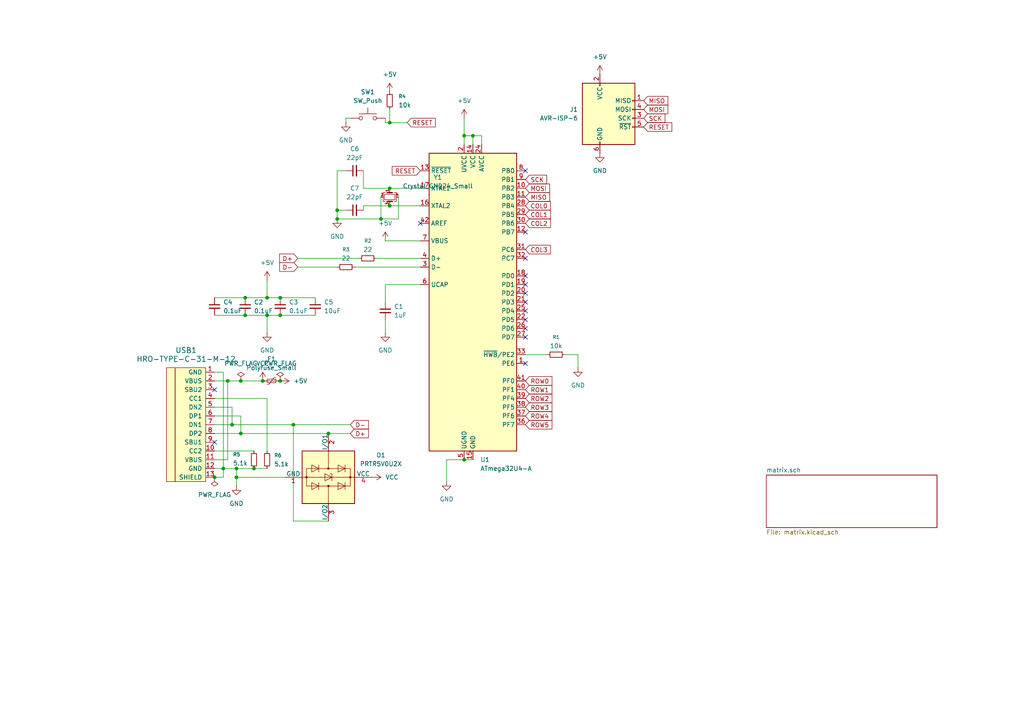
<source format=kicad_sch>
(kicad_sch (version 20250114) (generator "eeschema") (generator_version "9.0")
  (paper "A4")
  (lib_symbols
    (symbol "Connector:AVR-ISP-6" (pin_names (offset 1.016))
      (property "Reference" "J" (at -6.35 11.43 0))
      (property "Value" "AVR-ISP-6" (at 0 11.43 0))
      (symbol "AVR-ISP-6_0_1"
        (rectangle (start -2.667 10.16) (end -2.413 9.398))
        (rectangle (start -2.667 -6.858) (end -2.413 -7.62))
        (rectangle (start 7.62 10.16) (end -7.62 -7.62) (stroke (width 0.254)) (fill (type background)))
        (rectangle (start 7.62 5.207) (end 6.858 4.953))
        (rectangle (start 7.62 2.667) (end 6.858 2.413))
        (rectangle (start 7.62 0.127) (end 6.858 -0.127))
        (rectangle (start 7.62 -2.413) (end 6.858 -2.667))
      )
      (symbol "AVR-ISP-6_1_1"
        (pin passive line (at -2.54 12.7 270) (length 2.54) (name "VCC") (number "2"))
        (pin passive line (at -2.54 -10.16 90) (length 2.54) (name "GND") (number "6"))
        (pin passive line (at 10.16 5.08 180) (length 2.54) (name "MISO") (number "1"))
        (pin passive line (at 10.16 2.54 180) (length 2.54) (name "MOSI") (number "4"))
        (pin passive line (at 10.16 0 180) (length 2.54) (name "SCK") (number "3"))
        (pin passive line (at 10.16 -2.54 180) (length 2.54) (name "~{RST}") (number "5"))
      )
    )
    (symbol "Device:C_Small" (pin_numbers (hide yes)) (pin_names (offset 0.254) (hide yes))
      (property "Reference" "C" (at 0.254 1.778 0))
      (property "Value" "C_Small" (at 0.254 -2.032 0))
      (symbol "C_Small_0_1"
        (polyline (pts (xy -1.524 0.508) (xy 1.524 0.508)) (stroke (width 0.3048)))
        (polyline (pts (xy -1.524 -0.508) (xy 1.524 -0.508)) (stroke (width 0.3302)))
      )
      (symbol "C_Small_1_1"
        (pin passive line (at 0 2.54 270) (length 2.032) (name "~") (number "1"))
        (pin passive line (at 0 -2.54 90) (length 2.032) (name "~") (number "2"))
      )
    )
    (symbol "Device:Crystal_GND24_Small" (pin_names (offset 1.016) (hide yes))
      (property "Reference" "Y" (at 1.27 4.445 0))
      (property "Value" "Crystal_GND24_Small" (at 1.27 2.54 0))
      (symbol "Crystal_GND24_Small_0_1"
        (polyline (pts (xy -1.27 1.27) (xy -1.27 1.905) (xy 1.27 1.905) (xy 1.27 1.27)))
        (polyline (pts (xy -1.27 -0.762) (xy -1.27 0.762)) (stroke (width 0.381)))
        (polyline (pts (xy -1.27 -1.27) (xy -1.27 -1.905) (xy 1.27 -1.905) (xy 1.27 -1.27)))
        (rectangle (start -0.762 -1.524) (end 0.762 1.524))
        (polyline (pts (xy 1.27 -0.762) (xy 1.27 0.762)) (stroke (width 0.381)))
      )
      (symbol "Crystal_GND24_Small_1_1"
        (pin passive line (at -2.54 0 0) (length 1.27) (name "1") (number "1"))
        (pin passive line (at 0 2.54 270) (length 0.635) (name "4") (number "4"))
        (pin passive line (at 0 -2.54 90) (length 0.635) (name "2") (number "2"))
        (pin passive line (at 2.54 0 180) (length 1.27) (name "3") (number "3"))
      )
    )
    (symbol "Device:Polyfuse_Small" (pin_numbers (hide yes)) (pin_names (offset 0))
      (property "Reference" "F" (at -1.905 0 90))
      (property "Value" "Polyfuse_Small" (at 1.905 0 90))
      (symbol "Polyfuse_Small_0_1"
        (polyline (pts (xy -1.016 1.27) (xy -1.016 0.762) (xy 1.016 -0.762) (xy 1.016 -1.27)))
        (rectangle (start -0.508 1.27) (end 0.508 -1.27))
        (polyline (pts (xy 0 2.54) (xy 0 -2.54)))
      )
      (symbol "Polyfuse_Small_1_1"
        (pin passive line (at 0 2.54 270) (length 0.635) (name "~") (number "1"))
        (pin passive line (at 0 -2.54 90) (length 0.635) (name "~") (number "2"))
      )
    )
    (symbol "Device:R_Small" (pin_numbers (hide yes)) (pin_names (offset 0.254) (hide yes))
      (property "Reference" "R" (at 0 0 90))
      (property "Value" "R_Small" (at 1.778 0 90))
      (symbol "R_Small_0_1"
        (rectangle (start -0.762 1.778) (end 0.762 -1.778) (stroke (width 0.2032)))
      )
      (symbol "R_Small_1_1"
        (pin passive line (at 0 2.54 270) (length 0.762) (name "~") (number "1"))
        (pin passive line (at 0 -2.54 90) (length 0.762) (name "~") (number "2"))
      )
    )
    (symbol "MCU_Microchip_ATmega:ATmega32U4-A"
      (property "Reference" "U" (at -12.7 44.45 0))
      (property "Value" "ATmega32U4-A" (at 2.54 -44.45 0))
      (symbol "ATmega32U4-A_0_1"
        (rectangle (start -12.7 -43.18) (end 12.7 43.18) (stroke (width 0.254)) (fill (type background)))
      )
      (symbol "ATmega32U4-A_1_1"
        (pin input line (at -15.24 38.1 0) (length 2.54) (name "~{RESET}") (number "13"))
        (pin input line (at -15.24 33.02 0) (length 2.54) (name "XTAL1") (number "17"))
        (pin output line (at -15.24 27.94 0) (length 2.54) (name "XTAL2") (number "16"))
        (pin passive line (at -15.24 22.86 0) (length 2.54) (name "AREF") (number "42"))
        (pin input line (at -15.24 17.78 0) (length 2.54) (name "VBUS") (number "7"))
        (pin bidirectional line (at -15.24 12.7 0) (length 2.54) (name "D+") (number "4"))
        (pin bidirectional line (at -15.24 10.16 0) (length 2.54) (name "D-") (number "3"))
        (pin passive line (at -15.24 5.08 0) (length 2.54) (name "UCAP") (number "6"))
        (pin power_in line (at -2.54 45.72 270) (length 2.54) (name "UVCC") (number "2"))
        (pin passive line (at -2.54 -45.72 90) (length 2.54) (name "UGND") (number "5"))
        (pin power_in line (at 0 45.72 270) (length 2.54) (name "VCC") (number "14"))
        (pin passive line (at 0 45.72 270) (length 2.54) (hide yes) (name "VCC") (number "34"))
        (pin power_in line (at 0 -45.72 90) (length 2.54) (name "GND") (number "15"))
        (pin passive line (at 0 -45.72 90) (length 2.54) (hide yes) (name "GND") (number "23"))
        (pin passive line (at 0 -45.72 90) (length 2.54) (hide yes) (name "GND") (number "35"))
        (pin passive line (at 0 -45.72 90) (length 2.54) (hide yes) (name "GND") (number "43"))
        (pin power_in line (at 2.54 45.72 270) (length 2.54) (name "AVCC") (number "24"))
        (pin passive line (at 2.54 45.72 270) (length 2.54) (hide yes) (name "AVCC") (number "44"))
        (pin bidirectional line (at 15.24 38.1 180) (length 2.54) (name "PB0") (number "8"))
        (pin bidirectional line (at 15.24 35.56 180) (length 2.54) (name "PB1") (number "9"))
        (pin bidirectional line (at 15.24 33.02 180) (length 2.54) (name "PB2") (number "10"))
        (pin bidirectional line (at 15.24 30.48 180) (length 2.54) (name "PB3") (number "11"))
        (pin bidirectional line (at 15.24 27.94 180) (length 2.54) (name "PB4") (number "28"))
        (pin bidirectional line (at 15.24 25.4 180) (length 2.54) (name "PB5") (number "29"))
        (pin bidirectional line (at 15.24 22.86 180) (length 2.54) (name "PB6") (number "30"))
        (pin bidirectional line (at 15.24 20.32 180) (length 2.54) (name "PB7") (number "12"))
        (pin bidirectional line (at 15.24 15.24 180) (length 2.54) (name "PC6") (number "31"))
        (pin bidirectional line (at 15.24 12.7 180) (length 2.54) (name "PC7") (number "32"))
        (pin bidirectional line (at 15.24 7.62 180) (length 2.54) (name "PD0") (number "18"))
        (pin bidirectional line (at 15.24 5.08 180) (length 2.54) (name "PD1") (number "19"))
        (pin bidirectional line (at 15.24 2.54 180) (length 2.54) (name "PD2") (number "20"))
        (pin bidirectional line (at 15.24 0 180) (length 2.54) (name "PD3") (number "21"))
        (pin bidirectional line (at 15.24 -2.54 180) (length 2.54) (name "PD4") (number "25"))
        (pin bidirectional line (at 15.24 -5.08 180) (length 2.54) (name "PD5") (number "22"))
        (pin bidirectional line (at 15.24 -7.62 180) (length 2.54) (name "PD6") (number "26"))
        (pin bidirectional line (at 15.24 -10.16 180) (length 2.54) (name "PD7") (number "27"))
        (pin bidirectional line (at 15.24 -15.24 180) (length 2.54) (name "~{HWB}/PE2") (number "33"))
        (pin bidirectional line (at 15.24 -17.78 180) (length 2.54) (name "PE6") (number "1"))
        (pin bidirectional line (at 15.24 -22.86 180) (length 2.54) (name "PF0") (number "41"))
        (pin bidirectional line (at 15.24 -25.4 180) (length 2.54) (name "PF1") (number "40"))
        (pin bidirectional line (at 15.24 -27.94 180) (length 2.54) (name "PF4") (number "39"))
        (pin bidirectional line (at 15.24 -30.48 180) (length 2.54) (name "PF5") (number "38"))
        (pin bidirectional line (at 15.24 -33.02 180) (length 2.54) (name "PF6") (number "37"))
        (pin bidirectional line (at 15.24 -35.56 180) (length 2.54) (name "PF7") (number "36"))
      )
    )
    (symbol "Power_Protection:PRTR5V0U2X" (pin_names (offset 0))
      (property "Reference" "D" (at 2.794 8.636 0))
      (property "Value" "PRTR5V0U2X" (at 8.128 -9.398 0))
      (symbol "PRTR5V0U2X_0_1"
        (rectangle (start -7.62 -7.62) (end 7.62 7.62) (stroke (width 0.254)) (fill (type background)))
        (polyline (pts (xy -3.556 2.794) (xy -1.524 2.794) (xy -2.54 4.826) (xy -3.556 2.794)))
        (polyline (pts (xy -3.556 -4.826) (xy -1.524 -4.826) (xy -2.54 -2.794) (xy -3.556 -4.826)))
        (rectangle (start -2.54 6.35) (end 2.54 -6.35))
        (circle (center -2.54 0) (radius 0.254) (fill (type outline)))
        (polyline (pts (xy -2.54 0) (xy -7.62 0)))
        (polyline (pts (xy -1.524 4.826) (xy -3.556 4.826)))
        (polyline (pts (xy -1.524 -2.794) (xy -3.556 -2.794)))
        (polyline (pts (xy -1.016 -1.016) (xy 1.016 -1.016) (xy 0 1.016) (xy -1.016 -1.016)))
        (circle (center 0 6.35) (radius 0.254) (fill (type outline)))
        (circle (center 0 -6.35) (radius 0.254) (fill (type outline)))
        (polyline (pts (xy 0 -7.62) (xy 0 7.62)))
        (polyline (pts (xy 1.016 1.016) (xy -1.016 1.016) (xy -1.016 0.508)))
        (polyline (pts (xy 1.524 4.826) (xy 3.556 4.826)))
        (polyline (pts (xy 1.524 -2.794) (xy 3.556 -2.794)))
        (polyline (pts (xy 2.54 0) (xy 7.62 0)))
        (circle (center 2.54 0) (radius 0.254) (fill (type outline)))
        (polyline (pts (xy 3.556 2.794) (xy 1.524 2.794) (xy 2.54 4.826) (xy 3.556 2.794)))
        (polyline (pts (xy 3.556 -4.826) (xy 1.524 -4.826) (xy 2.54 -2.794) (xy 3.556 -4.826)))
      )
      (symbol "PRTR5V0U2X_1_1"
        (pin passive line (at -12.7 0 0) (length 5.08) (name "I/O1") (number "2"))
        (pin passive line (at 0 12.7 270) (length 5.08) (name "VCC") (number "4"))
        (pin passive line (at 0 -12.7 90) (length 5.08) (name "GND") (number "1"))
        (pin passive line (at 12.7 0 180) (length 5.08) (name "I/O2") (number "3"))
      )
    )
    (symbol "Switch:SW_Push" (pin_numbers (hide yes)) (pin_names (offset 1.016) (hide yes))
      (property "Reference" "SW" (at 1.27 2.54 0))
      (property "Value" "SW_Push" (at 0 -1.524 0))
      (symbol "SW_Push_0_1"
        (circle (center -2.032 0) (radius 0.508))
        (polyline (pts (xy 0 1.27) (xy 0 3.048)))
        (circle (center 2.032 0) (radius 0.508))
        (polyline (pts (xy 2.54 1.27) (xy -2.54 1.27)))
        (pin passive line (at -5.08 0 0) (length 2.54) (name "1") (number "1"))
        (pin passive line (at 5.08 0 180) (length 2.54) (name "2") (number "2"))
      )
    )
    (symbol "Type-C:HRO-TYPE-C-31-M-12" (pin_names (offset 1.016))
      (property "Reference" "USB" (at -5.08 16.51 0))
      (property "Value" "HRO-TYPE-C-31-M-12" (at -10.16 -1.27 90))
      (symbol "HRO-TYPE-C-31-M-12_0_1"
        (rectangle (start -11.43 15.24) (end -8.89 -17.78) (fill (type background)))
        (rectangle (start 0 -17.78) (end -8.89 15.24) (fill (type background)))
      )
      (symbol "HRO-TYPE-C-31-M-12_1_1"
        (pin input line (at 2.54 13.97 180) (length 2.54) (name "GND") (number "1"))
        (pin input line (at 2.54 11.43 180) (length 2.54) (name "VBUS") (number "2"))
        (pin input line (at 2.54 8.89 180) (length 2.54) (name "SBU2") (number "3"))
        (pin input line (at 2.54 6.35 180) (length 2.54) (name "CC1") (number "4"))
        (pin input line (at 2.54 3.81 180) (length 2.54) (name "DN2") (number "5"))
        (pin input line (at 2.54 1.27 180) (length 2.54) (name "DP1") (number "6"))
        (pin input line (at 2.54 -1.27 180) (length 2.54) (name "DN1") (number "7"))
        (pin input line (at 2.54 -3.81 180) (length 2.54) (name "DP2") (number "8"))
        (pin input line (at 2.54 -6.35 180) (length 2.54) (name "SBU1") (number "9"))
        (pin input line (at 2.54 -8.89 180) (length 2.54) (name "CC2") (number "10"))
        (pin input line (at 2.54 -11.43 180) (length 2.54) (name "VBUS") (number "11"))
        (pin input line (at 2.54 -13.97 180) (length 2.54) (name "GND") (number "12"))
        (pin input line (at 2.54 -16.51 180) (length 2.54) (name "SHIELD") (number "13"))
      )
    )
    (symbol "power:+5V" (power) (pin_numbers (hide yes)) (pin_names (offset 0) (hide yes))
      (property "Value" "+5V" (at 0 3.556 0))
      (symbol "+5V_0_1"
        (polyline (pts (xy -0.762 1.27) (xy 0 2.54)))
        (polyline (pts (xy 0 2.54) (xy 0.762 1.27)))
        (polyline (pts (xy 0 0) (xy 0 2.54)))
      )
      (symbol "+5V_1_1"
        (pin power_in line (at 0 0 90) (length 0) (name "~") (number "1"))
      )
    )
    (symbol "power:GND" (power) (pin_numbers (hide yes)) (pin_names (offset 0) (hide yes))
      (property "Value" "GND" (at 0 -3.81 0))
      (symbol "GND_0_1"
        (polyline (pts (xy 0 0) (xy 0 -1.27) (xy 1.27 -1.27) (xy 0 -2.54) (xy -1.27 -1.27) (xy 0 -1.27)))
      )
      (symbol "GND_1_1"
        (pin power_in line (at 0 0 270) (length 0) (name "~") (number "1"))
      )
    )
    (symbol "power:PWR_FLAG" (power) (pin_numbers (hide yes)) (pin_names (offset 0) (hide yes))
      (property "Value" "PWR_FLAG" (at 0 3.81 0))
      (symbol "PWR_FLAG_0_0"
        (pin power_out line (at 0 0 90) (length 0) (name "~") (number "1"))
      )
      (symbol "PWR_FLAG_0_1"
        (polyline (pts (xy 0 0) (xy 0 1.27) (xy -1.016 1.905) (xy 0 2.54) (xy 1.016 1.905) (xy 0 1.27)))
      )
    )
    (symbol "power:VCC" (power) (pin_numbers (hide yes)) (pin_names (offset 0) (hide yes))
      (property "Value" "VCC" (at 0 3.556 0))
      (symbol "VCC_0_1"
        (polyline (pts (xy -0.762 1.27) (xy 0 2.54)))
        (polyline (pts (xy 0 2.54) (xy 0.762 1.27)))
        (polyline (pts (xy 0 0) (xy 0 2.54)))
      )
      (symbol "VCC_1_1"
        (pin power_in line (at 0 0 90) (length 0) (name "~") (number "1"))
      )
    )
  )
  (junction (at 76.2 110.49))
  (junction (at 67.31 123.19))
  (junction (at 71.12 91.44))
  (junction (at 110.49 63.5))
  (junction (at 77.47 86.36))
  (junction (at 134.62 133.35))
  (junction (at 113.03 54.61))
  (junction (at 113.03 35.56))
  (junction (at 69.85 110.49))
  (junction (at 66.04 110.49))
  (junction (at 113.03 59.69))
  (junction (at 64.77 135.89))
  (junction (at 71.12 86.36))
  (junction (at 77.47 91.44))
  (junction (at 85.09 123.19))
  (junction (at 97.79 63.5))
  (junction (at 69.85 125.73))
  (junction (at 81.28 110.49))
  (junction (at 73.66 135.89))
  (junction (at 62.23 138.43))
  (junction (at 97.79 60.96))
  (junction (at 81.28 86.36))
  (junction (at 68.58 138.43))
  (junction (at 134.62 39.37))
  (junction (at 95.25 125.73))
  (junction (at 137.16 39.37))
  (junction (at 68.58 135.89))
  (junction (at 81.28 91.44))
  (no_connect (at 152.4 74.93))
  (no_connect (at 152.4 49.53))
  (no_connect (at 152.4 105.41))
  (no_connect (at 152.4 82.55))
  (no_connect (at 152.4 97.79))
  (no_connect (at 152.4 67.31))
  (no_connect (at 62.23 128.27))
  (no_connect (at 152.4 95.25))
  (no_connect (at 152.4 80.01))
  (no_connect (at 152.4 92.71))
  (no_connect (at 152.4 87.63))
  (no_connect (at 152.4 85.09))
  (no_connect (at 152.4 90.17))
  (no_connect (at 121.92 64.77))
  (no_connect (at 62.23 113.03))
  (wire (pts (xy 86.36 74.93) (xy 104.14 74.93)))
  (wire (pts (xy 110.49 63.5) (xy 97.79 63.5)))
  (wire (pts (xy 105.41 60.96) (xy 105.41 59.69)))
  (wire (pts (xy 97.79 63.5) (xy 97.79 60.96)))
  (wire (pts (xy 152.4 102.87) (xy 158.75 102.87)))
  (wire (pts (xy 67.31 123.19) (xy 67.31 118.11)))
  (wire (pts (xy 62.23 123.19) (xy 67.31 123.19)))
  (wire (pts (xy 67.31 118.11) (xy 62.23 118.11)))
  (wire (pts (xy 113.03 59.69) (xy 121.92 59.69)))
  (wire (pts (xy 134.62 34.29) (xy 134.62 39.37)))
  (wire (pts (xy 69.85 125.73) (xy 95.25 125.73)))
  (wire (pts (xy 111.76 87.63) (xy 111.76 82.55)))
  (wire (pts (xy 85.09 123.19) (xy 101.6 123.19)))
  (wire (pts (xy 69.85 120.65) (xy 62.23 120.65)))
  (wire (pts (xy 68.58 140.97) (xy 68.58 138.43)))
  (wire (pts (xy 85.09 123.19) (xy 85.09 151.13)))
  (wire (pts (xy 62.23 115.57) (xy 77.47 115.57)))
  (wire (pts (xy 71.12 91.44) (xy 77.47 91.44)))
  (wire (pts (xy 97.79 60.96) (xy 100.33 60.96)))
  (wire (pts (xy 137.16 39.37) (xy 134.62 39.37)))
  (wire (pts (xy 105.41 54.61) (xy 113.03 54.61)))
  (wire (pts (xy 62.23 133.35) (xy 66.04 133.35)))
  (wire (pts (xy 71.12 86.36) (xy 77.47 86.36)))
  (wire (pts (xy 62.23 107.95) (xy 64.77 107.95)))
  (wire (pts (xy 134.62 133.35) (xy 137.16 133.35)))
  (wire (pts (xy 85.09 151.13) (xy 95.25 151.13)))
  (wire (pts (xy 111.76 69.85) (xy 121.92 69.85)))
  (wire (pts (xy 66.04 110.49) (xy 69.85 110.49)))
  (wire (pts (xy 62.23 86.36) (xy 71.12 86.36)))
  (wire (pts (xy 68.58 135.89) (xy 73.66 135.89)))
  (wire (pts (xy 69.85 125.73) (xy 69.85 120.65)))
  (wire (pts (xy 113.03 54.61) (xy 121.92 54.61)))
  (wire (pts (xy 62.23 138.43) (xy 64.77 138.43)))
  (wire (pts (xy 68.58 138.43) (xy 82.55 138.43)))
  (wire (pts (xy 97.79 60.96) (xy 97.79 49.53)))
  (wire (pts (xy 77.47 91.44) (xy 81.28 91.44)))
  (wire (pts (xy 134.62 133.35) (xy 129.54 133.35)))
  (wire (pts (xy 81.28 86.36) (xy 91.44 86.36)))
  (wire (pts (xy 111.76 35.56) (xy 113.03 35.56)))
  (wire (pts (xy 77.47 81.28) (xy 77.47 86.36)))
  (wire (pts (xy 115.57 57.15) (xy 115.57 63.5)))
  (wire (pts (xy 86.36 77.47) (xy 97.79 77.47)))
  (wire (pts (xy 95.25 125.73) (xy 101.6 125.73)))
  (wire (pts (xy 105.41 49.53) (xy 105.41 54.61)))
  (wire (pts (xy 66.04 110.49) (xy 62.23 110.49)))
  (wire (pts (xy 167.64 102.87) (xy 167.64 106.68)))
  (wire (pts (xy 67.31 123.19) (xy 85.09 123.19)))
  (wire (pts (xy 77.47 96.52) (xy 77.47 91.44)))
  (wire (pts (xy 77.47 115.57) (xy 77.47 130.81)))
  (wire (pts (xy 111.76 92.71) (xy 111.76 96.52)))
  (wire (pts (xy 134.62 39.37) (xy 134.62 41.91)))
  (wire (pts (xy 113.03 35.56) (xy 113.03 31.75)))
  (wire (pts (xy 62.23 125.73) (xy 69.85 125.73)))
  (wire (pts (xy 105.41 59.69) (xy 113.03 59.69)))
  (wire (pts (xy 113.03 35.56) (xy 118.11 35.56)))
  (wire (pts (xy 64.77 107.95) (xy 64.77 135.89)))
  (wire (pts (xy 64.77 135.89) (xy 64.77 138.43)))
  (wire (pts (xy 97.79 49.53) (xy 100.33 49.53)))
  (wire (pts (xy 129.54 133.35) (xy 129.54 139.7)))
  (wire (pts (xy 62.23 91.44) (xy 71.12 91.44)))
  (wire (pts (xy 139.7 39.37) (xy 137.16 39.37)))
  (wire (pts (xy 115.57 63.5) (xy 110.49 63.5)))
  (wire (pts (xy 69.85 110.49) (xy 76.2 110.49)))
  (wire (pts (xy 62.23 130.81) (xy 73.66 130.81)))
  (wire (pts (xy 111.76 82.55) (xy 121.92 82.55)))
  (wire (pts (xy 102.87 77.47) (xy 121.92 77.47)))
  (wire (pts (xy 163.83 102.87) (xy 167.64 102.87)))
  (wire (pts (xy 68.58 138.43) (xy 68.58 135.89)))
  (wire (pts (xy 81.28 91.44) (xy 91.44 91.44)))
  (wire (pts (xy 73.66 135.89) (xy 77.47 135.89)))
  (wire (pts (xy 111.76 34.29) (xy 111.76 35.56)))
  (wire (pts (xy 139.7 41.91) (xy 139.7 39.37)))
  (wire (pts (xy 110.49 57.15) (xy 110.49 63.5)))
  (wire (pts (xy 100.33 35.56) (xy 100.33 34.29)))
  (wire (pts (xy 109.22 74.93) (xy 121.92 74.93)))
  (wire (pts (xy 137.16 41.91) (xy 137.16 39.37)))
  (wire (pts (xy 66.04 133.35) (xy 66.04 110.49)))
  (wire (pts (xy 64.77 135.89) (xy 68.58 135.89)))
  (wire (pts (xy 77.47 86.36) (xy 81.28 86.36)))
  (wire (pts (xy 100.33 34.29) (xy 101.6 34.29)))
  (wire (pts (xy 62.23 135.89) (xy 64.77 135.89)))
  (global_label "D-" (shape input) (at 101.6 123.19 0) (property "Intersheetrefs" "${INTERSHEET_REFS}" (effects (hide yes))))
  (global_label "RESET" (shape input) (at 186.69 36.83 0) (property "Intersheetrefs" "${INTERSHEET_REFS}" (effects (hide yes))))
  (global_label "D-" (shape input) (at 86.36 77.47 180) (property "Intersheetrefs" "${INTERSHEET_REFS}" (effects (hide yes))))
  (global_label "D+" (shape input) (at 86.36 74.93 180) (property "Intersheetrefs" "${INTERSHEET_REFS}" (effects (hide yes))))
  (global_label "COL1" (shape input) (at 152.4 62.23 0) (property "Intersheetrefs" "${INTERSHEET_REFS}" (effects (hide yes))))
  (global_label "MISO" (shape input) (at 152.4 57.15 0) (property "Intersheetrefs" "${INTERSHEET_REFS}" (effects (hide yes))))
  (global_label "RESET" (shape input) (at 121.92 49.53 180) (property "Intersheetrefs" "${INTERSHEET_REFS}" (effects (hide yes))))
  (global_label "MISO" (shape input) (at 186.69 29.21 0) (property "Intersheetrefs" "${INTERSHEET_REFS}" (effects (hide yes))))
  (global_label "ROW5" (shape input) (at 152.4 123.19 0) (property "Intersheetrefs" "${INTERSHEET_REFS}" (effects (hide yes))))
  (global_label "RESET" (shape input) (at 118.11 35.56 0) (property "Intersheetrefs" "${INTERSHEET_REFS}" (effects (hide yes))))
  (global_label "D+" (shape input) (at 101.6 125.73 0) (property "Intersheetrefs" "${INTERSHEET_REFS}" (effects (hide yes))))
  (global_label "ROW4" (shape input) (at 152.4 120.65 0) (property "Intersheetrefs" "${INTERSHEET_REFS}" (effects (hide yes))))
  (global_label "ROW3" (shape input) (at 152.4 118.11 0) (property "Intersheetrefs" "${INTERSHEET_REFS}" (effects (hide yes))))
  (global_label "COL3" (shape input) (at 152.4 72.39 0) (property "Intersheetrefs" "${INTERSHEET_REFS}" (effects (hide yes))))
  (global_label "COL0" (shape input) (at 152.4 59.69 0) (property "Intersheetrefs" "${INTERSHEET_REFS}" (effects (hide yes))))
  (global_label "SCK" (shape input) (at 152.4 52.07 0) (property "Intersheetrefs" "${INTERSHEET_REFS}" (effects (hide yes))))
  (global_label "MOSI" (shape input) (at 186.69 31.75 0) (property "Intersheetrefs" "${INTERSHEET_REFS}" (effects (hide yes))))
  (global_label "ROW2" (shape input) (at 152.4 115.57 0) (property "Intersheetrefs" "${INTERSHEET_REFS}" (effects (hide yes))))
  (global_label "ROW0" (shape input) (at 152.4 110.49 0) (property "Intersheetrefs" "${INTERSHEET_REFS}" (effects (hide yes))))
  (global_label "MOSI" (shape input) (at 152.4 54.61 0) (property "Intersheetrefs" "${INTERSHEET_REFS}" (effects (hide yes))))
  (global_label "SCK" (shape input) (at 186.69 34.29 0) (property "Intersheetrefs" "${INTERSHEET_REFS}" (effects (hide yes))))
  (global_label "ROW1" (shape input) (at 152.4 113.03 0) (property "Intersheetrefs" "${INTERSHEET_REFS}" (effects (hide yes))))
  (global_label "COL2" (shape input) (at 152.4 64.77 0) (property "Intersheetrefs" "${INTERSHEET_REFS}" (effects (hide yes))))
  (symbol (lib_id "Device:R_Small") (at 161.29 102.87 90) (unit 1)
    (property "Reference" "R1" (at 161.29 97.79 90) (effects (font (size 1.016 1.016))))
    (property "Value" "10k" (at 161.29 100.33 90))
    (property "Footprint" "Resistor_SMD:R_0805_2012Metric_Pad1.20x1.40mm_HandSolder" (effects (hide yes)))
    (property "Description" "Resistor, small symbol" (effects (hide yes)))
  )
  (symbol (lib_id "Switch:SW_Push") (at 106.68 34.29 0) (unit 1)
    (property "Reference" "SW1" (at 106.68 26.67 0))
    (property "Value" "SW_Push" (at 106.68 29.21 0))
    (property "Footprint" "Alps_Only:ALPS-1U" (effects (hide yes)))
    (property "Description" "Push button switch, generic, two pins" (effects (hide yes)))
  )
  (symbol (lib_id "Device:C_Small") (at 71.12 88.9 0) (unit 1)
    (property "Reference" "C2" (at 73.66 87.6362 0) (effects (justify left)))
    (property "Value" "0.1uF" (at 73.66 90.1762 0) (effects (justify left)))
    (property "Footprint" "Capacitor_SMD:C_0805_2012Metric_Pad1.18x1.45mm_HandSolder" (effects (hide yes)))
    (property "Description" "Unpolarized capacitor, small symbol" (effects (hide yes)))
  )
  (symbol (lib_id "power:GND") (at 68.58 140.97 0) (unit 1)
    (property "Reference" "#PWR013" (effects (hide yes)))
    (property "Value" "GND" (at 68.58 146.05 0))
    (property "Description" "Power symbol creates a global label with name \"GND\" , ground" (effects (hide yes)))
  )
  (symbol (lib_id "Device:Crystal_GND24_Small") (at 113.03 57.15 270) (unit 1)
    (property "Reference" "Y1" (at 127 51.4282 90))
    (property "Value" "Crystal_GND24_Small" (at 127 53.9682 90))
    (property "Footprint" "Crystal:Crystal_SMD_3225-4Pin_3.2x2.5mm_HandSoldering" (effects (hide yes)))
    (property "Description" "Four pin crystal, GND on pins 2 and 4, small symbol" (effects (hide yes)))
  )
  (symbol (lib_id "Device:C_Small") (at 102.87 60.96 90) (unit 1)
    (property "Reference" "C7" (at 102.8763 54.61 90))
    (property "Value" "22pF" (at 102.8763 57.15 90))
    (property "Footprint" "Capacitor_SMD:C_0805_2012Metric_Pad1.18x1.45mm_HandSolder" (effects (hide yes)))
    (property "Description" "Unpolarized capacitor, small symbol" (effects (hide yes)))
  )
  (symbol (lib_id "power:GND") (at 129.54 139.7 0) (unit 1)
    (property "Reference" "#PWR02" (effects (hide yes)))
    (property "Value" "GND" (at 129.54 144.78 0))
    (property "Description" "Power symbol creates a global label with name \"GND\" , ground" (effects (hide yes)))
  )
  (symbol (lib_id "Device:C_Small") (at 102.87 49.53 90) (unit 1)
    (property "Reference" "C6" (at 102.8763 43.18 90))
    (property "Value" "22pF" (at 102.8763 45.72 90))
    (property "Footprint" "Capacitor_SMD:C_0805_2012Metric_Pad1.18x1.45mm_HandSolder" (effects (hide yes)))
    (property "Description" "Unpolarized capacitor, small symbol" (effects (hide yes)))
  )
  (symbol (lib_id "power:GND") (at 173.99 44.45 0) (unit 1)
    (property "Reference" "#PWR015" (effects (hide yes)))
    (property "Value" "GND" (at 173.99 49.53 0))
    (property "Description" "Power symbol creates a global label with name \"GND\" , ground" (effects (hide yes)))
  )
  (symbol (lib_id "Device:R_Small") (at 113.03 29.21 0) (unit 1)
    (property "Reference" "R4" (at 115.57 27.9399 0) (effects (font (size 1.016 1.016)) (justify left)))
    (property "Value" "10k" (at 115.57 30.4799 0) (effects (justify left)))
    (property "Footprint" "Resistor_SMD:R_0805_2012Metric_Pad1.20x1.40mm_HandSolder" (effects (hide yes)))
    (property "Description" "Resistor, small symbol" (effects (hide yes)))
  )
  (symbol (lib_id "power:+5V") (at 77.47 81.28 0) (unit 1)
    (property "Reference" "#PWR06" (effects (hide yes)))
    (property "Value" "+5V" (at 77.47 76.2 0))
    (property "Description" "Power symbol creates a global label with name \"+5V\"" (effects (hide yes)))
  )
  (symbol (lib_id "Device:R_Small") (at 100.33 77.47 90) (unit 1)
    (property "Reference" "R3" (at 100.33 72.39 90) (effects (font (size 1.016 1.016))))
    (property "Value" "22" (at 100.33 74.93 90))
    (property "Footprint" "Resistor_SMD:R_0805_2012Metric_Pad1.20x1.40mm_HandSolder" (effects (hide yes)))
    (property "Description" "Resistor, small symbol" (effects (hide yes)))
  )
  (symbol (lib_id "power:GND") (at 77.47 96.52 0) (unit 1)
    (property "Reference" "#PWR05" (effects (hide yes)))
    (property "Value" "GND" (at 77.47 101.6 0))
    (property "Description" "Power symbol creates a global label with name \"GND\" , ground" (effects (hide yes)))
  )
  (symbol (lib_id "Connector:AVR-ISP-6") (at 176.53 34.29 0) (unit 1)
    (property "Reference" "J1" (at 167.64 31.7499 0) (effects (justify right)))
    (property "Value" "AVR-ISP-6" (at 167.64 34.2899 0) (effects (justify right)))
    (property "Footprint" "random-keyboard-parts:Reset_Pretty-Mask" (effects (hide yes)))
    (property "Description" "Atmel 6-pin ISP connector" (effects (hide yes)))
  )
  (symbol (lib_id "power:PWR_FLAG") (at 62.23 138.43 180) (unit 1)
    (property "Reference" "#FLG02" (effects (hide yes)))
    (property "Value" "PWR_FLAG" (at 62.23 143.51 0))
    (property "Description" "Special symbol for telling ERC where power comes from" (effects (hide yes)))
  )
  (symbol (lib_id "Device:C_Small") (at 81.28 88.9 0) (unit 1)
    (property "Reference" "C3" (at 83.82 87.6362 0) (effects (justify left)))
    (property "Value" "0.1uF" (at 83.82 90.1762 0) (effects (justify left)))
    (property "Footprint" "Capacitor_SMD:C_0805_2012Metric_Pad1.18x1.45mm_HandSolder" (effects (hide yes)))
    (property "Description" "Unpolarized capacitor, small symbol" (effects (hide yes)))
  )
  (symbol (lib_id "MCU_Microchip_ATmega:ATmega32U4-A") (at 137.16 87.63 0) (unit 1)
    (property "Reference" "U1" (at 139.3033 133.35 0) (effects (justify left)))
    (property "Value" "ATmega32U4-A" (at 139.3033 135.89 0) (effects (justify left)))
    (property "Footprint" "Package_QFP:TQFP-44_10x10mm_P0.8mm" (effects (hide yes)))
    (property "Datasheet" "http://ww1.microchip.com/downloads/en/DeviceDoc/Atmel-7766-8-bit-AVR-ATmega16U4-32U4_Datasheet.pdf" (effects (hide yes)))
    (property "Description" "16MHz, 32kB Flash, 2.5kB SRAM, 1kB EEPROM, USB 2.0, TQFP-44" (effects (hide yes)))
  )
  (symbol (lib_id "Power_Protection:PRTR5V0U2X") (at 95.25 138.43 270) (unit 1)
    (property "Reference" "D1" (at 110.49 132.0098 90))
    (property "Value" "PRTR5V0U2X" (at 110.49 134.5498 90))
    (property "Footprint" "Package_TO_SOT_SMD:SOT-143" (effects (hide yes)))
    (property "Datasheet" "https://assets.nexperia.com/documents/data-sheet/PRTR5V0U2X.pdf" (effects (hide yes)))
    (property "Description" "Ultra low capacitance double rail-to-rail ESD protection diode, SOT-143" (effects (hide yes)))
  )
  (symbol (lib_id "power:GND") (at 100.33 35.56 0) (unit 1)
    (property "Reference" "#PWR09" (effects (hide yes)))
    (property "Value" "GND" (at 100.33 40.64 0))
    (property "Description" "Power symbol creates a global label with name \"GND\" , ground" (effects (hide yes)))
  )
  (symbol (lib_id "power:GND") (at 97.79 63.5 0) (unit 1)
    (property "Reference" "#PWR08" (effects (hide yes)))
    (property "Value" "GND" (at 97.79 68.58 0))
    (property "Description" "Power symbol creates a global label with name \"GND\" , ground" (effects (hide yes)))
  )
  (symbol (lib_id "Device:R_Small") (at 106.68 74.93 270) (unit 1)
    (property "Reference" "R2" (at 106.68 69.85 90) (effects (font (size 1.016 1.016))))
    (property "Value" "22" (at 106.68 72.39 90))
    (property "Footprint" "Resistor_SMD:R_0805_2012Metric_Pad1.20x1.40mm_HandSolder" (effects (hide yes)))
    (property "Description" "Resistor, small symbol" (effects (hide yes)))
  )
  (symbol (lib_id "Device:R_Small") (at 73.66 133.35 0) (unit 1)
    (property "Reference" "R5" (at 67.564 131.826 0) (effects (font (size 1.016 1.016)) (justify left)))
    (property "Value" "5.1k" (at 67.564 134.366 0) (effects (justify left)))
    (property "Footprint" "Resistor_SMD:R_0805_2012Metric_Pad1.20x1.40mm_HandSolder" (effects (hide yes)))
    (property "Description" "Resistor, small symbol" (effects (hide yes)))
  )
  (symbol (lib_id "power:+5V") (at 173.99 21.59 0) (unit 1)
    (property "Reference" "#PWR014" (effects (hide yes)))
    (property "Value" "+5V" (at 173.99 16.51 0))
    (property "Description" "Power symbol creates a global label with name \"+5V\"" (effects (hide yes)))
  )
  (symbol (lib_id "power:+5V") (at 134.62 34.29 0) (unit 1)
    (property "Reference" "#PWR01" (effects (hide yes)))
    (property "Value" "+5V" (at 134.62 29.21 0))
    (property "Description" "Power symbol creates a global label with name \"+5V\"" (effects (hide yes)))
  )
  (symbol (lib_id "Device:Polyfuse_Small") (at 78.74 110.49 90) (unit 1)
    (property "Reference" "F1" (at 78.74 104.14 90))
    (property "Value" "Polyfuse_Small" (at 78.74 106.68 90))
    (property "Footprint" "Fuse:Fuse_1206_3216Metric_Pad1.42x1.75mm_HandSolder" (effects (hide yes)))
    (property "Description" "Resettable fuse, polymeric positive temperature coefficient, small symbol" (effects (hide yes)))
  )
  (symbol (lib_id "power:PWR_FLAG") (at 69.85 110.49 0) (unit 1)
    (property "Reference" "#FLG01" (effects (hide yes)))
    (property "Value" "PWR_FLAG" (at 69.85 105.41 0))
    (property "Description" "Special symbol for telling ERC where power comes from" (effects (hide yes)))
  )
  (symbol (lib_id "power:+5V") (at 81.28 110.49 270) (unit 1)
    (property "Reference" "#PWR012" (effects (hide yes)))
    (property "Value" "+5V" (at 85.09 110.4899 90) (effects (justify left)))
    (property "Description" "Power symbol creates a global label with name \"+5V\"" (effects (hide yes)))
  )
  (symbol (lib_id "Device:C_Small") (at 62.23 88.9 0) (unit 1)
    (property "Reference" "C4" (at 64.77 87.6362 0) (effects (justify left)))
    (property "Value" "0.1uF" (at 64.77 90.1762 0) (effects (justify left)))
    (property "Footprint" "Capacitor_SMD:C_0805_2012Metric_Pad1.18x1.45mm_HandSolder" (effects (hide yes)))
    (property "Description" "Unpolarized capacitor, small symbol" (effects (hide yes)))
  )
  (symbol (lib_id "Type-C:HRO-TYPE-C-31-M-12") (at 59.69 121.92 0) (unit 1)
    (property "Reference" "USB1" (at 53.975 101.6 0) (effects (font (size 1.524 1.524))))
    (property "Value" "HRO-TYPE-C-31-M-12" (at 53.975 104.14 0) (effects (font (size 1.524 1.524))))
    (property "Footprint" "Type-C:HRO-TYPE-C-31-M-12-HandSoldering" (effects (hide yes)))
  )
  (symbol (lib_id "Device:R_Small") (at 77.47 133.35 0) (unit 1)
    (property "Reference" "R6" (at 79.502 132.08 0) (effects (font (size 1.016 1.016)) (justify left)))
    (property "Value" "5.1k" (at 79.502 134.62 0) (effects (justify left)))
    (property "Footprint" "Resistor_SMD:R_0805_2012Metric_Pad1.20x1.40mm_HandSolder" (effects (hide yes)))
    (property "Description" "Resistor, small symbol" (effects (hide yes)))
  )
  (symbol (lib_id "power:VCC") (at 76.2 110.49 0) (unit 1)
    (property "Reference" "#PWR011" (effects (hide yes)))
    (property "Value" "VCC" (at 76.2 105.41 0))
    (property "Description" "Power symbol creates a global label with name \"VCC\"" (effects (hide yes)))
  )
  (symbol (lib_id "power:+5V") (at 113.03 26.67 0) (unit 1)
    (property "Reference" "#PWR010" (effects (hide yes)))
    (property "Value" "+5V" (at 113.03 21.59 0))
    (property "Description" "Power symbol creates a global label with name \"+5V\"" (effects (hide yes)))
  )
  (symbol (lib_id "Device:C_Small") (at 111.76 90.17 0) (unit 1)
    (property "Reference" "C1" (at 114.3 88.9062 0) (effects (justify left)))
    (property "Value" "1uF" (at 114.3 91.4462 0) (effects (justify left)))
    (property "Footprint" "Capacitor_SMD:C_0805_2012Metric_Pad1.18x1.45mm_HandSolder" (effects (hide yes)))
    (property "Description" "Unpolarized capacitor, small symbol" (effects (hide yes)))
  )
  (symbol (lib_id "power:+5V") (at 111.76 69.85 0) (unit 1)
    (property "Reference" "#PWR07" (effects (hide yes)))
    (property "Value" "+5V" (at 111.76 64.77 0))
    (property "Description" "Power symbol creates a global label with name \"+5V\"" (effects (hide yes)))
  )
  (symbol (lib_id "power:VCC") (at 107.95 138.43 270) (unit 1)
    (property "Reference" "#PWR016" (effects (hide yes)))
    (property "Value" "VCC" (at 111.76 138.4299 90) (effects (justify left)))
    (property "Description" "Power symbol creates a global label with name \"VCC\"" (effects (hide yes)))
  )
  (symbol (lib_id "power:GND") (at 111.76 96.52 0) (unit 1)
    (property "Reference" "#PWR04" (effects (hide yes)))
    (property "Value" "GND" (at 111.76 101.6 0))
    (property "Description" "Power symbol creates a global label with name \"GND\" , ground" (effects (hide yes)))
  )
  (symbol (lib_id "power:PWR_FLAG") (at 81.28 110.49 0) (unit 1)
    (property "Reference" "#FLG03" (effects (hide yes)))
    (property "Value" "PWR_FLAG" (at 81.28 105.41 0))
    (property "Description" "Special symbol for telling ERC where power comes from" (effects (hide yes)))
  )
  (symbol (lib_id "power:GND") (at 167.64 106.68 0) (unit 1)
    (property "Reference" "#PWR03" (effects (hide yes)))
    (property "Value" "GND" (at 167.64 111.76 0))
    (property "Description" "Power symbol creates a global label with name \"GND\" , ground" (effects (hide yes)))
  )
  (symbol (lib_id "Device:C_Small") (at 91.44 88.9 0) (unit 1)
    (property "Reference" "C5" (at 93.98 87.6362 0) (effects (justify left)))
    (property "Value" "10uF" (at 93.98 90.1762 0) (effects (justify left)))
    (property "Footprint" "Capacitor_SMD:C_0805_2012Metric_Pad1.18x1.45mm_HandSolder" (effects (hide yes)))
    (property "Description" "Unpolarized capacitor, small symbol" (effects (hide yes)))
  )
  (sheet (at 222.25 137.795) (size 49.53 15.24) (stroke (width 0.1524))
    (property "Sheetname" "matrix.sch" (at 222.25 137.0834 0) (effects (justify left bottom)))
    (property "Sheetfile" "matrix.kicad_sch" (at 222.25 153.6196 0) (effects (justify left top)))
  )
)
</source>
